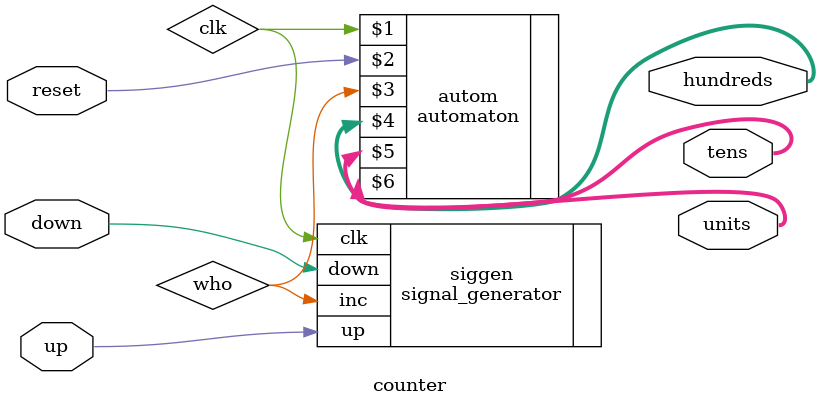
<source format=v>
module counter(input wire up, input wire down, input wire reset,
               output wire[3:0] units, output wire[3:0] tens, output wire[3:0] hundreds);

    wire clk;
    wire who;

    signal_generator siggen(.up(up),.down(down),.inc(who),.clk(clk));
    automaton autom(clk,reset,who,hundreds,tens,units);

endmodule
</source>
